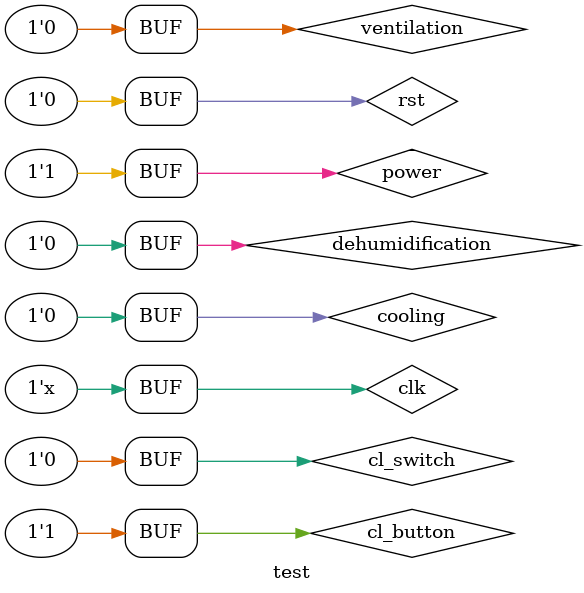
<source format=v>
`timescale 1ns/1ns

module test;
    reg rst; 
    reg power; 
    reg cooling; 
    reg dehumidification; 
    reg ventilation; 
    reg cl_switch;
    reg cl_button; 
    reg clk;
    wire cooler; 
    wire outdoor_fan; 
    wire dehumidifier; 
    wire ventilator;
    wire [2:0] cooling_level;
    wire [2:0] state;

    air air_test(rst, power, cooling, dehumidification, ventilation, cl_switch, cl_button, clk, 
        cooler, outdoor_fan, dehumidifier, ventilator, cooling_level, state);

    always 
    begin 
        #1 clk = ~clk;
    end

    initial
    begin
        clk <= 1;
        rst <= 0;
        power <= 0;
        cooling <= 0;
        dehumidification <= 0;
        ventilation <= 0;
        cl_switch <= 0;
        cl_button <= 0;  
        #2

        // State 0: Idle State
        rst <= 1;
        power <= 0;
        #2

        // State 1: Cooling 1        
        rst <= 0;
        power <= 1;
        cooling <= 1;
        #4

        // State 2: Cooling 2
        // Going Up
        cl_switch <= 1;
        cl_button <= 0;
        #1 // Nothing
        cl_switch <= 0;
        cl_button <= 1;
        #3

        // State 3: Cooling 3
        cl_switch <= 1;
        cl_button <= 0;
        #1
        cl_switch <= 0;
        cl_button <= 1;
        #3

        // State 4: Cooling 4
        cl_switch <= 1;
        cl_button <= 0;
        #1
        cl_switch <= 0;
        cl_button <= 1;
        #3

        // State 3: Cooling 3
        cl_switch <= 0;
        cl_button <= 0;
        #1
        cl_switch <= 0;
        cl_button <= 1;
        #3

        // State 2: Cooling 2
        cl_switch <= 0;
        cl_button <= 0;
        #1
        cl_switch <= 0;
        cl_button <= 1;
        #3

        // State 5: Dehumidification
        cooling <= 0;
        dehumidification <= 1;
        #4

        // State 6: Ventilation
        dehumidification <= 0;
        ventilation <= 1;
        
        // State 0: Idle
        #5
        ventilation <= 0;
    end
endmodule
</source>
